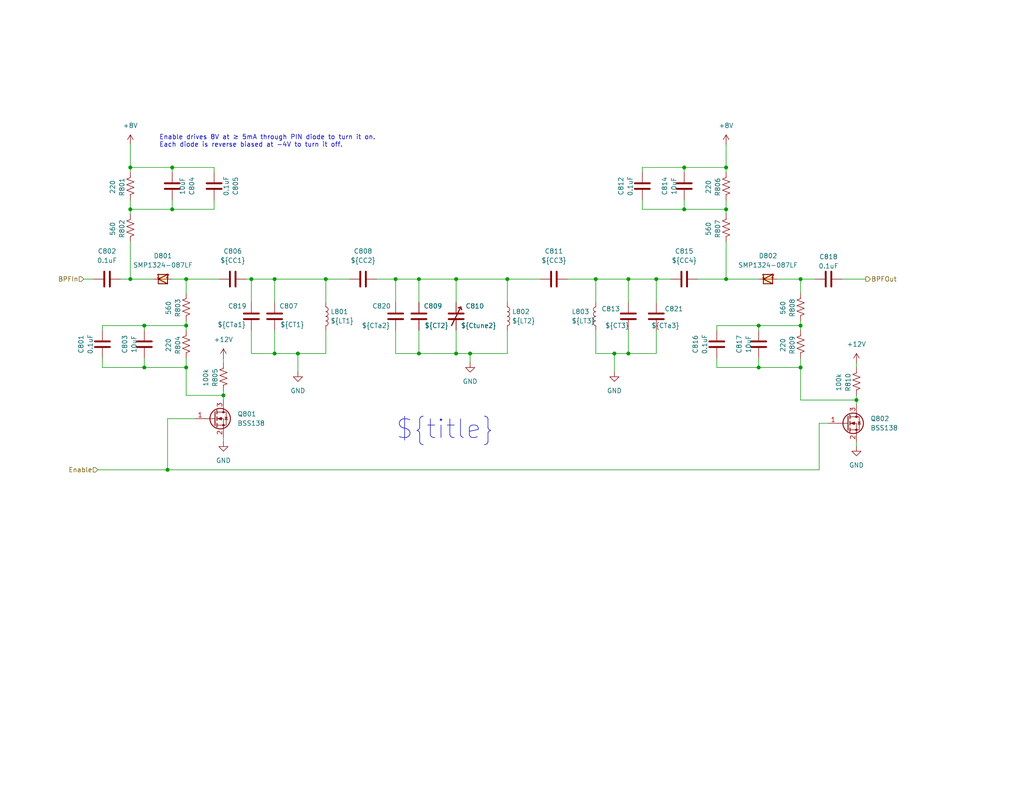
<source format=kicad_sch>
(kicad_sch (version 20250114) (generator "eeschema") (generator_version "9.0")
  (paper "USLetter")
  (title_block (title "Band Pass Filter") (date "2025-08-10") (company "WB7NAB"))
  (text "${title}" (at 121.412 117.348 0) (effects (font (size 5.08 5.08))))
  (text "Enable drives 8V at ≥ 5mA through PIN diode to turn it on.\nEach diode is reverse biased at -4V to turn it off." (at 43.434 38.608 0) (effects (font (size 1.27 1.27)) (justify left)))
  (junction (at 162.56 76.2))
  (junction (at 138.43 76.2))
  (junction (at 218.44 100.33))
  (junction (at 45.72 128.27))
  (junction (at 171.45 76.2))
  (junction (at 35.56 45.72))
  (junction (at 39.37 88.9))
  (junction (at 39.37 100.33))
  (junction (at 114.3 96.52))
  (junction (at 198.12 76.2))
  (junction (at 198.12 45.72))
  (junction (at 50.8 100.33))
  (junction (at 107.95 76.2))
  (junction (at 50.8 76.2))
  (junction (at 124.46 76.2))
  (junction (at 35.56 76.2))
  (junction (at 128.27 96.52))
  (junction (at 233.68 109.22))
  (junction (at 207.01 88.9))
  (junction (at 74.93 76.2))
  (junction (at 207.01 100.33))
  (junction (at 60.96 107.95))
  (junction (at 218.44 88.9))
  (junction (at 167.64 96.52))
  (junction (at 74.93 96.52))
  (junction (at 124.46 96.52))
  (junction (at 171.45 96.52))
  (junction (at 186.69 57.15))
  (junction (at 81.28 96.52))
  (junction (at 179.07 76.2))
  (junction (at 186.69 45.72))
  (junction (at 50.8 88.9))
  (junction (at 68.58 76.2))
  (junction (at 88.9 76.2))
  (junction (at 114.3 76.2))
  (junction (at 46.99 45.72))
  (junction (at 218.44 76.2))
  (junction (at 198.12 57.15))
  (junction (at 46.99 57.15))
  (junction (at 35.56 57.15))
  (wire (pts (xy 218.44 87.63) (xy 218.44 88.9)))
  (wire (pts (xy 218.44 97.79) (xy 218.44 100.33)))
  (wire (pts (xy 162.56 96.52) (xy 167.64 96.52)))
  (wire (pts (xy 162.56 76.2) (xy 171.45 76.2)))
  (wire (pts (xy 171.45 76.2) (xy 179.07 76.2)))
  (wire (pts (xy 162.56 90.17) (xy 162.56 96.52)))
  (wire (pts (xy 186.69 57.15) (xy 198.12 57.15)))
  (wire (pts (xy 22.86 76.2) (xy 25.4 76.2)))
  (wire (pts (xy 81.28 96.52) (xy 88.9 96.52)))
  (wire (pts (xy 175.26 54.61) (xy 175.26 57.15)))
  (wire (pts (xy 39.37 100.33) (xy 50.8 100.33)))
  (wire (pts (xy 35.56 66.04) (xy 35.56 76.2)))
  (wire (pts (xy 114.3 76.2) (xy 124.46 76.2)))
  (wire (pts (xy 179.07 76.2) (xy 179.07 82.55)))
  (wire (pts (xy 46.99 45.72) (xy 46.99 46.99)))
  (wire (pts (xy 27.94 100.33) (xy 39.37 100.33)))
  (wire (pts (xy 46.99 76.2) (xy 50.8 76.2)))
  (wire (pts (xy 128.27 99.06) (xy 128.27 96.52)))
  (wire (pts (xy 198.12 57.15) (xy 198.12 58.42)))
  (wire (pts (xy 39.37 88.9) (xy 50.8 88.9)))
  (wire (pts (xy 35.56 57.15) (xy 35.56 58.42)))
  (wire (pts (xy 162.56 76.2) (xy 162.56 82.55)))
  (wire (pts (xy 207.01 88.9) (xy 218.44 88.9)))
  (wire (pts (xy 198.12 46.99) (xy 198.12 45.72)))
  (wire (pts (xy 195.58 100.33) (xy 207.01 100.33)))
  (wire (pts (xy 124.46 90.17) (xy 124.46 96.52)))
  (wire (pts (xy 50.8 107.95) (xy 60.96 107.95)))
  (wire (pts (xy 27.94 97.79) (xy 27.94 100.33)))
  (wire (pts (xy 226.06 115.57) (xy 223.52 115.57)))
  (wire (pts (xy 207.01 97.79) (xy 207.01 100.33)))
  (wire (pts (xy 179.07 96.52) (xy 171.45 96.52)))
  (wire (pts (xy 88.9 76.2) (xy 88.9 82.55)))
  (wire (pts (xy 60.96 97.79) (xy 60.96 99.06)))
  (wire (pts (xy 50.8 97.79) (xy 50.8 100.33)))
  (wire (pts (xy 198.12 39.37) (xy 198.12 45.72)))
  (wire (pts (xy 198.12 54.61) (xy 198.12 57.15)))
  (wire (pts (xy 60.96 119.38) (xy 60.96 120.65)))
  (wire (pts (xy 167.64 96.52) (xy 167.64 101.6)))
  (wire (pts (xy 53.34 114.3) (xy 45.72 114.3)))
  (wire (pts (xy 212.09 76.2) (xy 218.44 76.2)))
  (wire (pts (xy 218.44 88.9) (xy 218.44 90.17)))
  (wire (pts (xy 26.67 128.27) (xy 45.72 128.27)))
  (wire (pts (xy 35.56 39.37) (xy 35.56 45.72)))
  (wire (pts (xy 179.07 90.17) (xy 179.07 96.52)))
  (wire (pts (xy 138.43 76.2) (xy 138.43 82.55)))
  (wire (pts (xy 233.68 107.95) (xy 233.68 109.22)))
  (wire (pts (xy 50.8 76.2) (xy 59.69 76.2)))
  (wire (pts (xy 229.87 76.2) (xy 236.22 76.2)))
  (wire (pts (xy 33.02 76.2) (xy 35.56 76.2)))
  (wire (pts (xy 88.9 76.2) (xy 95.25 76.2)))
  (wire (pts (xy 81.28 96.52) (xy 74.93 96.52)))
  (wire (pts (xy 186.69 45.72) (xy 198.12 45.72)))
  (wire (pts (xy 68.58 90.17) (xy 68.58 96.52)))
  (wire (pts (xy 58.42 45.72) (xy 46.99 45.72)))
  (wire (pts (xy 58.42 54.61) (xy 58.42 57.15)))
  (wire (pts (xy 207.01 88.9) (xy 207.01 90.17)))
  (wire (pts (xy 81.28 96.52) (xy 81.28 101.6)))
  (wire (pts (xy 27.94 88.9) (xy 39.37 88.9)))
  (wire (pts (xy 68.58 96.52) (xy 74.93 96.52)))
  (wire (pts (xy 88.9 90.17) (xy 88.9 96.52)))
  (wire (pts (xy 218.44 100.33) (xy 218.44 109.22)))
  (wire (pts (xy 233.68 109.22) (xy 233.68 110.49)))
  (wire (pts (xy 35.56 76.2) (xy 41.91 76.2)))
  (wire (pts (xy 58.42 57.15) (xy 46.99 57.15)))
  (wire (pts (xy 60.96 107.95) (xy 60.96 109.22)))
  (wire (pts (xy 186.69 54.61) (xy 186.69 57.15)))
  (wire (pts (xy 46.99 45.72) (xy 35.56 45.72)))
  (wire (pts (xy 128.27 96.52) (xy 124.46 96.52)))
  (wire (pts (xy 198.12 76.2) (xy 207.01 76.2)))
  (wire (pts (xy 46.99 57.15) (xy 35.56 57.15)))
  (wire (pts (xy 50.8 87.63) (xy 50.8 88.9)))
  (wire (pts (xy 107.95 90.17) (xy 107.95 96.52)))
  (wire (pts (xy 233.68 99.06) (xy 233.68 100.33)))
  (wire (pts (xy 138.43 90.17) (xy 138.43 96.52)))
  (wire (pts (xy 138.43 76.2) (xy 147.32 76.2)))
  (wire (pts (xy 175.26 45.72) (xy 186.69 45.72)))
  (wire (pts (xy 114.3 96.52) (xy 124.46 96.52)))
  (wire (pts (xy 107.95 76.2) (xy 107.95 82.55)))
  (wire (pts (xy 60.96 106.68) (xy 60.96 107.95)))
  (wire (pts (xy 50.8 100.33) (xy 50.8 107.95)))
  (wire (pts (xy 154.94 76.2) (xy 162.56 76.2)))
  (wire (pts (xy 114.3 82.55) (xy 114.3 76.2)))
  (wire (pts (xy 58.42 46.99) (xy 58.42 45.72)))
  (wire (pts (xy 233.68 120.65) (xy 233.68 121.92)))
  (wire (pts (xy 186.69 45.72) (xy 186.69 46.99)))
  (wire (pts (xy 107.95 76.2) (xy 114.3 76.2)))
  (wire (pts (xy 195.58 88.9) (xy 207.01 88.9)))
  (wire (pts (xy 218.44 76.2) (xy 222.25 76.2)))
  (wire (pts (xy 46.99 54.61) (xy 46.99 57.15)))
  (wire (pts (xy 218.44 109.22) (xy 233.68 109.22)))
  (wire (pts (xy 124.46 76.2) (xy 124.46 82.55)))
  (wire (pts (xy 74.93 76.2) (xy 88.9 76.2)))
  (wire (pts (xy 190.5 76.2) (xy 198.12 76.2)))
  (wire (pts (xy 179.07 76.2) (xy 182.88 76.2)))
  (wire (pts (xy 35.56 54.61) (xy 35.56 57.15)))
  (wire (pts (xy 175.26 57.15) (xy 186.69 57.15)))
  (wire (pts (xy 171.45 76.2) (xy 171.45 82.55)))
  (wire (pts (xy 45.72 114.3) (xy 45.72 128.27)))
  (wire (pts (xy 198.12 66.04) (xy 198.12 76.2)))
  (wire (pts (xy 124.46 76.2) (xy 138.43 76.2)))
  (wire (pts (xy 35.56 45.72) (xy 35.56 46.99)))
  (wire (pts (xy 102.87 76.2) (xy 107.95 76.2)))
  (wire (pts (xy 50.8 76.2) (xy 50.8 80.01)))
  (wire (pts (xy 128.27 96.52) (xy 138.43 96.52)))
  (wire (pts (xy 39.37 97.79) (xy 39.37 100.33)))
  (wire (pts (xy 171.45 90.17) (xy 171.45 96.52)))
  (wire (pts (xy 195.58 97.79) (xy 195.58 100.33)))
  (wire (pts (xy 167.64 96.52) (xy 171.45 96.52)))
  (wire (pts (xy 68.58 76.2) (xy 68.58 82.55)))
  (wire (pts (xy 50.8 88.9) (xy 50.8 90.17)))
  (wire (pts (xy 45.72 128.27) (xy 223.52 128.27)))
  (wire (pts (xy 207.01 100.33) (xy 218.44 100.33)))
  (wire (pts (xy 39.37 88.9) (xy 39.37 90.17)))
  (wire (pts (xy 114.3 96.52) (xy 114.3 90.17)))
  (wire (pts (xy 175.26 46.99) (xy 175.26 45.72)))
  (wire (pts (xy 67.31 76.2) (xy 68.58 76.2)))
  (wire (pts (xy 27.94 90.17) (xy 27.94 88.9)))
  (wire (pts (xy 195.58 90.17) (xy 195.58 88.9)))
  (wire (pts (xy 74.93 90.17) (xy 74.93 96.52)))
  (wire (pts (xy 68.58 76.2) (xy 74.93 76.2)))
  (wire (pts (xy 218.44 76.2) (xy 218.44 80.01)))
  (wire (pts (xy 74.93 82.55) (xy 74.93 76.2)))
  (wire (pts (xy 223.52 115.57) (xy 223.52 128.27)))
  (wire (pts (xy 107.95 96.52) (xy 114.3 96.52)))
  (hierarchical_label "BPFOut" (shape output) (at 236.22 76.2 0))
  (hierarchical_label "Enable" (shape input) (at 26.67 128.27 180))
  (hierarchical_label "BPFIn" (shape input) (at 22.86 76.2 180))
  (symbol (lib_id "Device:C") (at 171.45 86.36 0) (unit 1)
    (property "Reference" "C513" (at 164.084 84.328 0) (effects (justify left)))
    (property "Value" "${CT3}" (at 165.1 88.9 0) (effects (justify left)))
    (property "Description" "Unpolarized capacitor" (effects (hide yes)))
    (instances (project "USB-SSB-txcvr" (path "" (reference "C813") (unit 1)) (path "" (reference "C2413") (unit 1)) (path "" (reference "C713") (unit 1)) (path "" (reference "C2713") (unit 1)) (path "" (reference "C613") (unit 1)) (path "" (reference "C913") (unit 1)) (path "" (reference "C2613") (unit 1)) (path "" (reference "C1013") (unit 1)) (path "" (reference "C1113") (unit 1)) (path "" (reference "C513") (unit 1)) (path "" (reference "C2313") (unit 1)) (path "" (reference "C2813") (unit 1)) (path "" (reference "C1713") (unit 1)) (path "" (reference "C3013") (unit 1)) (path "" (reference "C1813") (unit 1)) (path "" (reference "C2013") (unit 1)) (path "" (reference "C2913") (unit 1)) (path "" (reference "C2113") (unit 1)) (path "" (reference "C2213") (unit 1)) (path "" (reference "C1913") (unit 1))))
  )
  (symbol (lib_id "Device:C") (at 99.06 76.2 90) (unit 1)
    (property "Reference" "C508" (at 99.06 68.58 90))
    (property "Value" "${CC2}" (at 99.06 71.12 90))
    (property "Description" "Unpolarized capacitor" (effects (hide yes)))
    (instances (project "USB-SSB-txcvr" (path "" (reference "C808") (unit 1)) (path "" (reference "C2408") (unit 1)) (path "" (reference "C708") (unit 1)) (path "" (reference "C2708") (unit 1)) (path "" (reference "C608") (unit 1)) (path "" (reference "C908") (unit 1)) (path "" (reference "C2608") (unit 1)) (path "" (reference "C1008") (unit 1)) (path "" (reference "C1108") (unit 1)) (path "" (reference "C508") (unit 1)) (path "" (reference "C2308") (unit 1)) (path "" (reference "C2808") (unit 1)) (path "" (reference "C1708") (unit 1)) (path "" (reference "C3008") (unit 1)) (path "" (reference "C1808") (unit 1)) (path "" (reference "C2008") (unit 1)) (path "" (reference "C2908") (unit 1)) (path "" (reference "C2108") (unit 1)) (path "" (reference "C2208") (unit 1)) (path "" (reference "C1908") (unit 1))))
  )
  (symbol (lib_id "PCM_Capacitor_AKL:C_Trim_Vishay_BFC2-808_D7.5mm_Hole") (at 124.46 86.36 0) (unit 1)
    (property "Reference" "C510" (at 127 83.566 0) (effects (justify left)))
    (property "Value" "${Ctune2}" (at 125.73 88.9 0) (effects (justify left)))
    (property "Footprint" "PCM_Capacitor_THT_AKL:C_Trimmer_BFC2-808_L7.3mm_W5.5mm_P5.6mm_Hole" (effects (hide yes)))
    (property "Datasheet" "https://www.vishay.com/docs/28527/bfc2808-75mm.pdf" (effects (hide yes)))
    (property "Description" "THT Variable Capacitor, Vishay BFC2-808 Series, 7.5mm Diameter, With PCB Hole, Alternate KiCad Library" (effects (hide yes)))
    (property "Sim.Device" "C" (effects (hide yes)))
    (property "Sim.Pins" "1=+ 2=-" (effects (hide yes)))
    (instances (project "USB-SSB-txcvr" (path "" (reference "C810") (unit 1)) (path "" (reference "C2410") (unit 1)) (path "" (reference "C710") (unit 1)) (path "" (reference "C2710") (unit 1)) (path "" (reference "C610") (unit 1)) (path "" (reference "C910") (unit 1)) (path "" (reference "C2610") (unit 1)) (path "" (reference "C1010") (unit 1)) (path "" (reference "C1110") (unit 1)) (path "" (reference "C510") (unit 1)) (path "" (reference "C2310") (unit 1)) (path "" (reference "C2810") (unit 1)) (path "" (reference "C1710") (unit 1)) (path "" (reference "C3010") (unit 1)) (path "" (reference "C1810") (unit 1)) (path "" (reference "C2010") (unit 1)) (path "" (reference "C2910") (unit 1)) (path "" (reference "C2110") (unit 1)) (path "" (reference "C2210") (unit 1)) (path "" (reference "C1910") (unit 1))))
  )
  (symbol (lib_id "Device:C") (at 195.58 93.98 180) (unit 1)
    (property "Reference" "C516" (at 189.738 93.98 90))
    (property "Value" "0.1uF" (at 192.278 93.98 90))
    (property "Description" "Unpolarized capacitor" (effects (hide yes)))
    (instances (project "USB-SSB-txcvr" (path "" (reference "C816") (unit 1)) (path "" (reference "C2416") (unit 1)) (path "" (reference "C716") (unit 1)) (path "" (reference "C2716") (unit 1)) (path "" (reference "C616") (unit 1)) (path "" (reference "C916") (unit 1)) (path "" (reference "C2616") (unit 1)) (path "" (reference "C1016") (unit 1)) (path "" (reference "C1116") (unit 1)) (path "" (reference "C516") (unit 1)) (path "" (reference "C2316") (unit 1)) (path "" (reference "C2816") (unit 1)) (path "" (reference "C1716") (unit 1)) (path "" (reference "C3016") (unit 1)) (path "" (reference "C1816") (unit 1)) (path "" (reference "C2016") (unit 1)) (path "" (reference "C2916") (unit 1)) (path "" (reference "C2116") (unit 1)) (path "" (reference "C2216") (unit 1)) (path "" (reference "C1916") (unit 1))))
  )
  (symbol (lib_id "Device:L") (at 88.9 86.36 0) (unit 1)
    (property "Reference" "L501" (at 90.17 85.0899 0) (effects (justify left)))
    (property "Value" "${LT1}" (at 90.17 87.6299 0) (effects (justify left)))
    (property "Description" "Inductor" (effects (hide yes)))
    (instances (project "USB-SSB-txcvr" (path "" (reference "L801") (unit 1)) (path "" (reference "L2401") (unit 1)) (path "" (reference "L701") (unit 1)) (path "" (reference "L2701") (unit 1)) (path "" (reference "L601") (unit 1)) (path "" (reference "L901") (unit 1)) (path "" (reference "L2601") (unit 1)) (path "" (reference "L1001") (unit 1)) (path "" (reference "L1101") (unit 1)) (path "" (reference "L501") (unit 1)) (path "" (reference "L2301") (unit 1)) (path "" (reference "L2801") (unit 1)) (path "" (reference "L1701") (unit 1)) (path "" (reference "L3001") (unit 1)) (path "" (reference "L1801") (unit 1)) (path "" (reference "L2001") (unit 1)) (path "" (reference "L2901") (unit 1)) (path "" (reference "L2101") (unit 1)) (path "" (reference "L2201") (unit 1)) (path "" (reference "L1901") (unit 1))))
  )
  (symbol (lib_id "power:GND") (at 81.28 101.6 0) (unit 1)
    (property "Reference" "#PWR0504" (effects (hide yes)))
    (property "Value" "GND" (at 81.28 106.68 0))
    (property "Description" "Power symbol creates a global label with name \"GND\" , ground" (effects (hide yes)))
    (instances (project "USB-SSB-txcvr" (path "" (reference "#PWR0804") (unit 1)) (path "" (reference "#PWR02404") (unit 1)) (path "" (reference "#PWR0704") (unit 1)) (path "" (reference "#PWR02704") (unit 1)) (path "" (reference "#PWR0604") (unit 1)) (path "" (reference "#PWR0904") (unit 1)) (path "" (reference "#PWR02604") (unit 1)) (path "" (reference "#PWR01004") (unit 1)) (path "" (reference "#PWR01104") (unit 1)) (path "" (reference "#PWR0504") (unit 1)) (path "" (reference "#PWR02304") (unit 1)) (path "" (reference "#PWR02804") (unit 1)) (path "" (reference "#PWR01704") (unit 1)) (path "" (reference "#PWR03004") (unit 1)) (path "" (reference "#PWR01804") (unit 1)) (path "" (reference "#PWR02004") (unit 1)) (path "" (reference "#PWR02904") (unit 1)) (path "" (reference "#PWR02104") (unit 1)) (path "" (reference "#PWR02204") (unit 1)) (path "" (reference "#PWR01904") (unit 1))))
  )
  (symbol (lib_id "Device:C") (at 74.93 86.36 0) (unit 1)
    (property "Reference" "C507" (at 76.2 83.566 0) (effects (justify left)))
    (property "Value" "${CT1}" (at 76.454 88.646 0) (effects (justify left)))
    (property "Description" "Unpolarized capacitor" (effects (hide yes)))
    (instances (project "USB-SSB-txcvr" (path "" (reference "C807") (unit 1)) (path "" (reference "C2407") (unit 1)) (path "" (reference "C707") (unit 1)) (path "" (reference "C2707") (unit 1)) (path "" (reference "C607") (unit 1)) (path "" (reference "C907") (unit 1)) (path "" (reference "C2607") (unit 1)) (path "" (reference "C1007") (unit 1)) (path "" (reference "C1107") (unit 1)) (path "" (reference "C507") (unit 1)) (path "" (reference "C2307") (unit 1)) (path "" (reference "C2807") (unit 1)) (path "" (reference "C1707") (unit 1)) (path "" (reference "C3007") (unit 1)) (path "" (reference "C1807") (unit 1)) (path "" (reference "C2007") (unit 1)) (path "" (reference "C2907") (unit 1)) (path "" (reference "C2107") (unit 1)) (path "" (reference "C2207") (unit 1)) (path "" (reference "C1907") (unit 1))))
  )
  (symbol (lib_id "SMP1324-087LF:SMP1324-087LF") (at 44.45 76.2 0) (mirror y) (unit 1)
    (property "Reference" "D501" (at 44.45 69.85 0))
    (property "Value" "SMP1324-087LF" (at 44.45 72.39 0))
    (property "Footprint" "SMP1324-087LF:QFN2" (effects (hide yes)))
    (property "DigiKey_Part_Number" "863-1165-1-ND" (effects (hide yes)))
    (property "SnapEDA_Link" "https://www.snapeda.com/parts/SMP1324-087LF/Skyworks+Solution%252C+Inc./view-part/?ref=snap" (effects (hide yes)))
    (property "Description_1" "RF Diode PIN - Single 200 mA 2 W 2-QFN (2x2)" (effects (hide yes)))
    (property "MF" "Skyworks Solutions" (effects (hide yes)))
    (property "Package" "QFN-2 Skyworks Solutions" (effects (hide yes)))
    (property "Check_prices" "https://www.snapeda.com/parts/SMP1324-087LF/Skyworks+Solution%252C+Inc./view-part/?ref=eda" (effects (hide yes)))
    (property "MP" "SMP1324-087LF" (effects (hide yes)))
    (property "Sim.Library" "/home/alan/ham/USB-SSB-txcvr/spice-models/rn242sm_SPICE.lib" (effects (hide yes)))
    (property "Sim.Name" "DRN242SM" (effects (hide yes)))
    (property "Sim.Device" "D" (effects (hide yes)))
    (property "Sim.Pins" "1=A 2=K" (effects (hide yes)))
    (instances (project "" (path "" (reference "D801") (unit 1)) (path "" (reference "D2401") (unit 1)) (path "" (reference "D701") (unit 1)) (path "" (reference "D2701") (unit 1)) (path "" (reference "D601") (unit 1)) (path "" (reference "D901") (unit 1)) (path "" (reference "D2601") (unit 1)) (path "" (reference "D1001") (unit 1)) (path "" (reference "D1101") (unit 1)) (path "" (reference "D501") (unit 1)) (path "" (reference "D2301") (unit 1)) (path "" (reference "D2801") (unit 1)) (path "" (reference "D1701") (unit 1)) (path "" (reference "D3001") (unit 1)) (path "" (reference "D1801") (unit 1)) (path "" (reference "D2001") (unit 1)) (path "" (reference "D2901") (unit 1)) (path "" (reference "D2101") (unit 1)) (path "" (reference "D2201") (unit 1)) (path "" (reference "D1901") (unit 1))))
  )
  (symbol (lib_id "power:+3.3V") (at 35.56 39.37 0) (unit 1)
    (property "Reference" "#PWR0501" (effects (hide yes)))
    (property "Value" "+8V" (at 35.56 34.29 0))
    (property "Description" "Power symbol creates a global label with name \"+3.3V\"" (effects (hide yes)))
    (instances (project "USB-SSB-txcvr" (path "" (reference "#PWR0801") (unit 1)) (path "" (reference "#PWR02401") (unit 1)) (path "" (reference "#PWR0701") (unit 1)) (path "" (reference "#PWR02701") (unit 1)) (path "" (reference "#PWR0601") (unit 1)) (path "" (reference "#PWR0901") (unit 1)) (path "" (reference "#PWR02601") (unit 1)) (path "" (reference "#PWR01001") (unit 1)) (path "" (reference "#PWR01101") (unit 1)) (path "" (reference "#PWR0501") (unit 1)) (path "" (reference "#PWR02301") (unit 1)) (path "" (reference "#PWR02801") (unit 1)) (path "" (reference "#PWR01701") (unit 1)) (path "" (reference "#PWR03001") (unit 1)) (path "" (reference "#PWR01801") (unit 1)) (path "" (reference "#PWR02001") (unit 1)) (path "" (reference "#PWR02901") (unit 1)) (path "" (reference "#PWR02101") (unit 1)) (path "" (reference "#PWR02201") (unit 1)) (path "" (reference "#PWR01901") (unit 1))))
  )
  (symbol (lib_id "Device:C") (at 186.69 76.2 90) (unit 1)
    (property "Reference" "C515" (at 186.69 68.58 90))
    (property "Value" "${CC4}" (at 186.69 71.12 90))
    (property "Description" "Unpolarized capacitor" (effects (hide yes)))
    (instances (project "USB-SSB-txcvr" (path "" (reference "C815") (unit 1)) (path "" (reference "C2415") (unit 1)) (path "" (reference "C715") (unit 1)) (path "" (reference "C2715") (unit 1)) (path "" (reference "C615") (unit 1)) (path "" (reference "C915") (unit 1)) (path "" (reference "C2615") (unit 1)) (path "" (reference "C1015") (unit 1)) (path "" (reference "C1115") (unit 1)) (path "" (reference "C515") (unit 1)) (path "" (reference "C2315") (unit 1)) (path "" (reference "C2815") (unit 1)) (path "" (reference "C1715") (unit 1)) (path "" (reference "C3015") (unit 1)) (path "" (reference "C1815") (unit 1)) (path "" (reference "C2015") (unit 1)) (path "" (reference "C2915") (unit 1)) (path "" (reference "C2115") (unit 1)) (path "" (reference "C2215") (unit 1)) (path "" (reference "C1915") (unit 1))))
  )
  (symbol (lib_id "power:+3.3V") (at 60.96 97.79 0) (unit 1)
    (property "Reference" "#PWR0502" (effects (hide yes)))
    (property "Value" "+12V" (at 60.96 92.71 0))
    (property "Description" "Power symbol creates a global label with name \"+3.3V\"" (effects (hide yes)))
    (instances (project "" (path "" (reference "#PWR0802") (unit 1)) (path "" (reference "#PWR02402") (unit 1)) (path "" (reference "#PWR0702") (unit 1)) (path "" (reference "#PWR02702") (unit 1)) (path "" (reference "#PWR0602") (unit 1)) (path "" (reference "#PWR0902") (unit 1)) (path "" (reference "#PWR02602") (unit 1)) (path "" (reference "#PWR01002") (unit 1)) (path "" (reference "#PWR01102") (unit 1)) (path "" (reference "#PWR0502") (unit 1)) (path "" (reference "#PWR02302") (unit 1)) (path "" (reference "#PWR02802") (unit 1)) (path "" (reference "#PWR01702") (unit 1)) (path "" (reference "#PWR03002") (unit 1)) (path "" (reference "#PWR01802") (unit 1)) (path "" (reference "#PWR02002") (unit 1)) (path "" (reference "#PWR02902") (unit 1)) (path "" (reference "#PWR02102") (unit 1)) (path "" (reference "#PWR02202") (unit 1)) (path "" (reference "#PWR01902") (unit 1))))
  )
  (symbol (lib_id "Transistor_FET:BSS138") (at 58.42 114.3 0) (unit 1)
    (property "Reference" "Q501" (at 64.77 113.0299 0) (effects (justify left)))
    (property "Value" "BSS138" (at 64.77 115.5699 0) (effects (justify left)))
    (property "Footprint" "Package_TO_SOT_SMD:SOT-23" (effects (hide yes)))
    (property "Datasheet" "https://www.onsemi.com/pub/Collateral/BSS138-D.PDF" (effects (hide yes)))
    (property "Description" "50V Vds, 0.22A Id, N-Channel MOSFET, SOT-23" (effects (hide yes)))
    (instances (project "" (path "" (reference "Q801") (unit 1)) (path "" (reference "Q2401") (unit 1)) (path "" (reference "Q701") (unit 1)) (path "" (reference "Q2701") (unit 1)) (path "" (reference "Q601") (unit 1)) (path "" (reference "Q901") (unit 1)) (path "" (reference "Q2601") (unit 1)) (path "" (reference "Q1001") (unit 1)) (path "" (reference "Q1101") (unit 1)) (path "" (reference "Q501") (unit 1)) (path "" (reference "Q2301") (unit 1)) (path "" (reference "Q2801") (unit 1)) (path "" (reference "Q1701") (unit 1)) (path "" (reference "Q3001") (unit 1)) (path "" (reference "Q1801") (unit 1)) (path "" (reference "Q2001") (unit 1)) (path "" (reference "Q2901") (unit 1)) (path "" (reference "Q2101") (unit 1)) (path "" (reference "Q2201") (unit 1)) (path "" (reference "Q1901") (unit 1))))
  )
  (symbol (lib_id "Device:C") (at 58.42 50.8 0) (mirror x) (unit 1)
    (property "Reference" "C505" (at 64.262 50.8 90))
    (property "Value" "0.1uF" (at 61.722 50.8 90))
    (property "Description" "Unpolarized capacitor" (effects (hide yes)))
    (instances (project "USB-SSB-txcvr" (path "" (reference "C805") (unit 1)) (path "" (reference "C2405") (unit 1)) (path "" (reference "C705") (unit 1)) (path "" (reference "C2705") (unit 1)) (path "" (reference "C605") (unit 1)) (path "" (reference "C905") (unit 1)) (path "" (reference "C2605") (unit 1)) (path "" (reference "C1005") (unit 1)) (path "" (reference "C1105") (unit 1)) (path "" (reference "C505") (unit 1)) (path "" (reference "C2305") (unit 1)) (path "" (reference "C2805") (unit 1)) (path "" (reference "C1705") (unit 1)) (path "" (reference "C3005") (unit 1)) (path "" (reference "C1805") (unit 1)) (path "" (reference "C2005") (unit 1)) (path "" (reference "C2905") (unit 1)) (path "" (reference "C2105") (unit 1)) (path "" (reference "C2205") (unit 1)) (path "" (reference "C1905") (unit 1))))
  )
  (symbol (lib_id "power:GND") (at 60.96 120.65 0) (unit 1)
    (property "Reference" "#PWR0503" (effects (hide yes)))
    (property "Value" "GND" (at 60.96 125.73 0))
    (property "Description" "Power symbol creates a global label with name \"GND\" , ground" (effects (hide yes)))
    (instances (project "" (path "" (reference "#PWR0803") (unit 1)) (path "" (reference "#PWR02403") (unit 1)) (path "" (reference "#PWR0703") (unit 1)) (path "" (reference "#PWR02703") (unit 1)) (path "" (reference "#PWR0603") (unit 1)) (path "" (reference "#PWR0903") (unit 1)) (path "" (reference "#PWR02603") (unit 1)) (path "" (reference "#PWR01003") (unit 1)) (path "" (reference "#PWR01103") (unit 1)) (path "" (reference "#PWR0503") (unit 1)) (path "" (reference "#PWR02303") (unit 1)) (path "" (reference "#PWR02803") (unit 1)) (path "" (reference "#PWR01703") (unit 1)) (path "" (reference "#PWR03003") (unit 1)) (path "" (reference "#PWR01803") (unit 1)) (path "" (reference "#PWR02003") (unit 1)) (path "" (reference "#PWR02903") (unit 1)) (path "" (reference "#PWR02103") (unit 1)) (path "" (reference "#PWR02203") (unit 1)) (path "" (reference "#PWR01903") (unit 1))))
  )
  (symbol (lib_id "Device:C") (at 207.01 93.98 180) (unit 1)
    (property "Reference" "C517" (at 201.676 93.98 90))
    (property "Value" "10uF" (at 204.216 93.98 90))
    (property "Description" "Unpolarized capacitor" (effects (hide yes)))
    (instances (project "USB-SSB-txcvr" (path "" (reference "C817") (unit 1)) (path "" (reference "C2417") (unit 1)) (path "" (reference "C717") (unit 1)) (path "" (reference "C2717") (unit 1)) (path "" (reference "C617") (unit 1)) (path "" (reference "C917") (unit 1)) (path "" (reference "C2617") (unit 1)) (path "" (reference "C1017") (unit 1)) (path "" (reference "C1117") (unit 1)) (path "" (reference "C517") (unit 1)) (path "" (reference "C2317") (unit 1)) (path "" (reference "C2817") (unit 1)) (path "" (reference "C1717") (unit 1)) (path "" (reference "C3017") (unit 1)) (path "" (reference "C1817") (unit 1)) (path "" (reference "C2017") (unit 1)) (path "" (reference "C2917") (unit 1)) (path "" (reference "C2117") (unit 1)) (path "" (reference "C2217") (unit 1)) (path "" (reference "C1917") (unit 1))))
  )
  (symbol (lib_id "Device:R_US") (at 233.68 104.14 0) (mirror x) (unit 1)
    (property "Reference" "R510" (at 231.394 104.394 90))
    (property "Value" "100k" (at 228.854 104.394 90))
    (property "Description" "Resistor, US symbol" (effects (hide yes)))
    (instances (project "USB-SSB-txcvr" (path "" (reference "R810") (unit 1)) (path "" (reference "R2410") (unit 1)) (path "" (reference "R710") (unit 1)) (path "" (reference "R2710") (unit 1)) (path "" (reference "R610") (unit 1)) (path "" (reference "R910") (unit 1)) (path "" (reference "R2610") (unit 1)) (path "" (reference "R1010") (unit 1)) (path "" (reference "R1110") (unit 1)) (path "" (reference "R510") (unit 1)) (path "" (reference "R2310") (unit 1)) (path "" (reference "R2810") (unit 1)) (path "" (reference "R1710") (unit 1)) (path "" (reference "R3010") (unit 1)) (path "" (reference "R1810") (unit 1)) (path "" (reference "R2010") (unit 1)) (path "" (reference "R2910") (unit 1)) (path "" (reference "R2110") (unit 1)) (path "" (reference "R2210") (unit 1)) (path "" (reference "R1910") (unit 1))))
  )
  (symbol (lib_id "Device:L") (at 138.43 86.36 0) (unit 1)
    (property "Reference" "L502" (at 139.7 85.0899 0) (effects (justify left)))
    (property "Value" "${LT2}" (at 139.7 87.6299 0) (effects (justify left)))
    (property "Description" "Inductor" (effects (hide yes)))
    (instances (project "USB-SSB-txcvr" (path "" (reference "L802") (unit 1)) (path "" (reference "L2402") (unit 1)) (path "" (reference "L702") (unit 1)) (path "" (reference "L2702") (unit 1)) (path "" (reference "L602") (unit 1)) (path "" (reference "L902") (unit 1)) (path "" (reference "L2602") (unit 1)) (path "" (reference "L1002") (unit 1)) (path "" (reference "L1102") (unit 1)) (path "" (reference "L502") (unit 1)) (path "" (reference "L2302") (unit 1)) (path "" (reference "L2802") (unit 1)) (path "" (reference "L1702") (unit 1)) (path "" (reference "L3002") (unit 1)) (path "" (reference "L1802") (unit 1)) (path "" (reference "L2002") (unit 1)) (path "" (reference "L2902") (unit 1)) (path "" (reference "L2102") (unit 1)) (path "" (reference "L2202") (unit 1)) (path "" (reference "L1902") (unit 1))))
  )
  (symbol (lib_id "Device:C") (at 186.69 50.8 180) (unit 1)
    (property "Reference" "C514" (at 181.356 50.8 90))
    (property "Value" "10uF" (at 183.896 50.8 90))
    (property "Description" "Unpolarized capacitor" (effects (hide yes)))
    (instances (project "USB-SSB-txcvr" (path "" (reference "C814") (unit 1)) (path "" (reference "C2414") (unit 1)) (path "" (reference "C714") (unit 1)) (path "" (reference "C2714") (unit 1)) (path "" (reference "C614") (unit 1)) (path "" (reference "C914") (unit 1)) (path "" (reference "C2614") (unit 1)) (path "" (reference "C1014") (unit 1)) (path "" (reference "C1114") (unit 1)) (path "" (reference "C514") (unit 1)) (path "" (reference "C2314") (unit 1)) (path "" (reference "C2814") (unit 1)) (path "" (reference "C1714") (unit 1)) (path "" (reference "C3014") (unit 1)) (path "" (reference "C1814") (unit 1)) (path "" (reference "C2014") (unit 1)) (path "" (reference "C2914") (unit 1)) (path "" (reference "C2114") (unit 1)) (path "" (reference "C2214") (unit 1)) (path "" (reference "C1914") (unit 1))))
  )
  (symbol (lib_id "power:GND") (at 233.68 121.92 0) (unit 1)
    (property "Reference" "#PWR0509" (effects (hide yes)))
    (property "Value" "GND" (at 233.68 127 0))
    (property "Description" "Power symbol creates a global label with name \"GND\" , ground" (effects (hide yes)))
    (instances (project "USB-SSB-txcvr" (path "" (reference "#PWR0809") (unit 1)) (path "" (reference "#PWR02409") (unit 1)) (path "" (reference "#PWR0709") (unit 1)) (path "" (reference "#PWR02709") (unit 1)) (path "" (reference "#PWR0609") (unit 1)) (path "" (reference "#PWR0909") (unit 1)) (path "" (reference "#PWR02609") (unit 1)) (path "" (reference "#PWR01009") (unit 1)) (path "" (reference "#PWR01109") (unit 1)) (path "" (reference "#PWR0509") (unit 1)) (path "" (reference "#PWR02309") (unit 1)) (path "" (reference "#PWR02809") (unit 1)) (path "" (reference "#PWR01709") (unit 1)) (path "" (reference "#PWR03009") (unit 1)) (path "" (reference "#PWR01809") (unit 1)) (path "" (reference "#PWR02009") (unit 1)) (path "" (reference "#PWR02909") (unit 1)) (path "" (reference "#PWR02109") (unit 1)) (path "" (reference "#PWR02209") (unit 1)) (path "" (reference "#PWR01909") (unit 1))))
  )
  (symbol (lib_id "power:+3.3V") (at 233.68 99.06 0) (unit 1)
    (property "Reference" "#PWR0508" (effects (hide yes)))
    (property "Value" "+12V" (at 233.68 93.98 0))
    (property "Description" "Power symbol creates a global label with name \"+3.3V\"" (effects (hide yes)))
    (instances (project "USB-SSB-txcvr" (path "" (reference "#PWR0808") (unit 1)) (path "" (reference "#PWR02408") (unit 1)) (path "" (reference "#PWR0708") (unit 1)) (path "" (reference "#PWR02708") (unit 1)) (path "" (reference "#PWR0608") (unit 1)) (path "" (reference "#PWR0908") (unit 1)) (path "" (reference "#PWR02608") (unit 1)) (path "" (reference "#PWR01008") (unit 1)) (path "" (reference "#PWR01108") (unit 1)) (path "" (reference "#PWR0508") (unit 1)) (path "" (reference "#PWR02308") (unit 1)) (path "" (reference "#PWR02808") (unit 1)) (path "" (reference "#PWR01708") (unit 1)) (path "" (reference "#PWR03008") (unit 1)) (path "" (reference "#PWR01808") (unit 1)) (path "" (reference "#PWR02008") (unit 1)) (path "" (reference "#PWR02908") (unit 1)) (path "" (reference "#PWR02108") (unit 1)) (path "" (reference "#PWR02208") (unit 1)) (path "" (reference "#PWR01908") (unit 1))))
  )
  (symbol (lib_id "Device:R_US") (at 60.96 102.87 0) (mirror x) (unit 1)
    (property "Reference" "R505" (at 58.674 103.124 90))
    (property "Value" "100k" (at 56.134 103.124 90))
    (property "Description" "Resistor, US symbol" (effects (hide yes)))
    (instances (project "USB-SSB-txcvr" (path "" (reference "R805") (unit 1)) (path "" (reference "R2405") (unit 1)) (path "" (reference "R705") (unit 1)) (path "" (reference "R2705") (unit 1)) (path "" (reference "R605") (unit 1)) (path "" (reference "R905") (unit 1)) (path "" (reference "R2605") (unit 1)) (path "" (reference "R1005") (unit 1)) (path "" (reference "R1105") (unit 1)) (path "" (reference "R505") (unit 1)) (path "" (reference "R2305") (unit 1)) (path "" (reference "R2805") (unit 1)) (path "" (reference "R1705") (unit 1)) (path "" (reference "R3005") (unit 1)) (path "" (reference "R1805") (unit 1)) (path "" (reference "R2005") (unit 1)) (path "" (reference "R2905") (unit 1)) (path "" (reference "R2105") (unit 1)) (path "" (reference "R2205") (unit 1)) (path "" (reference "R1905") (unit 1))))
  )
  (symbol (lib_id "Device:C") (at 39.37 93.98 180) (unit 1)
    (property "Reference" "C503" (at 34.036 93.98 90))
    (property "Value" "10uF" (at 36.576 93.98 90))
    (property "Description" "Unpolarized capacitor" (effects (hide yes)))
    (instances (project "USB-SSB-txcvr" (path "" (reference "C803") (unit 1)) (path "" (reference "C2403") (unit 1)) (path "" (reference "C703") (unit 1)) (path "" (reference "C2703") (unit 1)) (path "" (reference "C603") (unit 1)) (path "" (reference "C903") (unit 1)) (path "" (reference "C2603") (unit 1)) (path "" (reference "C1003") (unit 1)) (path "" (reference "C1103") (unit 1)) (path "" (reference "C503") (unit 1)) (path "" (reference "C2303") (unit 1)) (path "" (reference "C2803") (unit 1)) (path "" (reference "C1703") (unit 1)) (path "" (reference "C3003") (unit 1)) (path "" (reference "C1803") (unit 1)) (path "" (reference "C2003") (unit 1)) (path "" (reference "C2903") (unit 1)) (path "" (reference "C2103") (unit 1)) (path "" (reference "C2203") (unit 1)) (path "" (reference "C1903") (unit 1))))
  )
  (symbol (lib_id "Device:R_US") (at 50.8 93.98 0) (mirror x) (unit 1)
    (property "Reference" "R504" (at 48.514 94.234 90))
    (property "Value" "220" (at 45.974 94.234 90))
    (property "Description" "Resistor, US symbol" (effects (hide yes)))
    (instances (project "USB-SSB-txcvr" (path "" (reference "R804") (unit 1)) (path "" (reference "R2404") (unit 1)) (path "" (reference "R704") (unit 1)) (path "" (reference "R2704") (unit 1)) (path "" (reference "R604") (unit 1)) (path "" (reference "R904") (unit 1)) (path "" (reference "R2604") (unit 1)) (path "" (reference "R1004") (unit 1)) (path "" (reference "R1104") (unit 1)) (path "" (reference "R504") (unit 1)) (path "" (reference "R2304") (unit 1)) (path "" (reference "R2804") (unit 1)) (path "" (reference "R1704") (unit 1)) (path "" (reference "R3004") (unit 1)) (path "" (reference "R1804") (unit 1)) (path "" (reference "R2004") (unit 1)) (path "" (reference "R2904") (unit 1)) (path "" (reference "R2104") (unit 1)) (path "" (reference "R2204") (unit 1)) (path "" (reference "R1904") (unit 1))))
  )
  (symbol (lib_id "Device:R_US") (at 198.12 62.23 0) (mirror x) (unit 1)
    (property "Reference" "R507" (at 195.834 62.484 90))
    (property "Value" "560" (at 193.294 62.484 90))
    (property "Description" "Resistor, US symbol" (effects (hide yes)))
    (instances (project "USB-SSB-txcvr" (path "" (reference "R807") (unit 1)) (path "" (reference "R2407") (unit 1)) (path "" (reference "R707") (unit 1)) (path "" (reference "R2707") (unit 1)) (path "" (reference "R607") (unit 1)) (path "" (reference "R907") (unit 1)) (path "" (reference "R2607") (unit 1)) (path "" (reference "R1007") (unit 1)) (path "" (reference "R1107") (unit 1)) (path "" (reference "R507") (unit 1)) (path "" (reference "R2307") (unit 1)) (path "" (reference "R2807") (unit 1)) (path "" (reference "R1707") (unit 1)) (path "" (reference "R3007") (unit 1)) (path "" (reference "R1807") (unit 1)) (path "" (reference "R2007") (unit 1)) (path "" (reference "R2907") (unit 1)) (path "" (reference "R2107") (unit 1)) (path "" (reference "R2207") (unit 1)) (path "" (reference "R1907") (unit 1))))
  )
  (symbol (lib_id "Device:C") (at 107.95 86.36 0) (mirror y) (unit 1)
    (property "Reference" "C520" (at 106.68 83.566 0) (effects (justify left)))
    (property "Value" "${CTa2}" (at 106.426 88.9 0) (effects (justify left)))
    (property "Description" "Unpolarized capacitor" (effects (hide yes)))
    (instances (project "USB-SSB-txcvr" (path "" (reference "C820") (unit 1)) (path "" (reference "C2420") (unit 1)) (path "" (reference "C720") (unit 1)) (path "" (reference "C2720") (unit 1)) (path "" (reference "C620") (unit 1)) (path "" (reference "C920") (unit 1)) (path "" (reference "C2620") (unit 1)) (path "" (reference "C1020") (unit 1)) (path "" (reference "C1120") (unit 1)) (path "" (reference "C520") (unit 1)) (path "" (reference "C2320") (unit 1)) (path "" (reference "C2820") (unit 1)) (path "" (reference "C1720") (unit 1)) (path "" (reference "C3020") (unit 1)) (path "" (reference "C1820") (unit 1)) (path "" (reference "C2020") (unit 1)) (path "" (reference "C2920") (unit 1)) (path "" (reference "C2120") (unit 1)) (path "" (reference "C2220") (unit 1)) (path "" (reference "C1920") (unit 1))))
  )
  (symbol (lib_id "Device:C") (at 151.13 76.2 90) (unit 1)
    (property "Reference" "C511" (at 151.13 68.58 90))
    (property "Value" "${CC3}" (at 151.13 71.12 90))
    (property "Description" "Unpolarized capacitor" (effects (hide yes)))
    (instances (project "USB-SSB-txcvr" (path "" (reference "C811") (unit 1)) (path "" (reference "C2411") (unit 1)) (path "" (reference "C711") (unit 1)) (path "" (reference "C2711") (unit 1)) (path "" (reference "C611") (unit 1)) (path "" (reference "C911") (unit 1)) (path "" (reference "C2611") (unit 1)) (path "" (reference "C1011") (unit 1)) (path "" (reference "C1111") (unit 1)) (path "" (reference "C511") (unit 1)) (path "" (reference "C2311") (unit 1)) (path "" (reference "C2811") (unit 1)) (path "" (reference "C1711") (unit 1)) (path "" (reference "C3011") (unit 1)) (path "" (reference "C1811") (unit 1)) (path "" (reference "C2011") (unit 1)) (path "" (reference "C2911") (unit 1)) (path "" (reference "C2111") (unit 1)) (path "" (reference "C2211") (unit 1)) (path "" (reference "C1911") (unit 1))))
  )
  (symbol (lib_id "Device:R_US") (at 35.56 50.8 0) (mirror x) (unit 1)
    (property "Reference" "R501" (at 33.274 51.054 90))
    (property "Value" "220" (at 30.734 51.054 90))
    (property "Description" "Resistor, US symbol" (effects (hide yes)))
    (instances (project "USB-SSB-txcvr" (path "" (reference "R801") (unit 1)) (path "" (reference "R2401") (unit 1)) (path "" (reference "R701") (unit 1)) (path "" (reference "R2701") (unit 1)) (path "" (reference "R601") (unit 1)) (path "" (reference "R901") (unit 1)) (path "" (reference "R2601") (unit 1)) (path "" (reference "R1001") (unit 1)) (path "" (reference "R1101") (unit 1)) (path "" (reference "R501") (unit 1)) (path "" (reference "R2301") (unit 1)) (path "" (reference "R2801") (unit 1)) (path "" (reference "R1701") (unit 1)) (path "" (reference "R3001") (unit 1)) (path "" (reference "R1801") (unit 1)) (path "" (reference "R2001") (unit 1)) (path "" (reference "R2901") (unit 1)) (path "" (reference "R2101") (unit 1)) (path "" (reference "R2201") (unit 1)) (path "" (reference "R1901") (unit 1))))
  )
  (symbol (lib_id "power:GND") (at 128.27 99.06 0) (unit 1)
    (property "Reference" "#PWR0505" (effects (hide yes)))
    (property "Value" "GND" (at 128.27 104.14 0))
    (property "Description" "Power symbol creates a global label with name \"GND\" , ground" (effects (hide yes)))
    (instances (project "USB-SSB-txcvr" (path "" (reference "#PWR0805") (unit 1)) (path "" (reference "#PWR02405") (unit 1)) (path "" (reference "#PWR0705") (unit 1)) (path "" (reference "#PWR02705") (unit 1)) (path "" (reference "#PWR0605") (unit 1)) (path "" (reference "#PWR0905") (unit 1)) (path "" (reference "#PWR02605") (unit 1)) (path "" (reference "#PWR01005") (unit 1)) (path "" (reference "#PWR01105") (unit 1)) (path "" (reference "#PWR0505") (unit 1)) (path "" (reference "#PWR02305") (unit 1)) (path "" (reference "#PWR02805") (unit 1)) (path "" (reference "#PWR01705") (unit 1)) (path "" (reference "#PWR03005") (unit 1)) (path "" (reference "#PWR01805") (unit 1)) (path "" (reference "#PWR02005") (unit 1)) (path "" (reference "#PWR02905") (unit 1)) (path "" (reference "#PWR02105") (unit 1)) (path "" (reference "#PWR02205") (unit 1)) (path "" (reference "#PWR01905") (unit 1))))
  )
  (symbol (lib_id "Device:R_US") (at 218.44 93.98 0) (mirror x) (unit 1)
    (property "Reference" "R509" (at 216.154 94.234 90))
    (property "Value" "220" (at 213.614 94.234 90))
    (property "Description" "Resistor, US symbol" (effects (hide yes)))
    (instances (project "USB-SSB-txcvr" (path "" (reference "R809") (unit 1)) (path "" (reference "R2409") (unit 1)) (path "" (reference "R709") (unit 1)) (path "" (reference "R2709") (unit 1)) (path "" (reference "R609") (unit 1)) (path "" (reference "R909") (unit 1)) (path "" (reference "R2609") (unit 1)) (path "" (reference "R1009") (unit 1)) (path "" (reference "R1109") (unit 1)) (path "" (reference "R509") (unit 1)) (path "" (reference "R2309") (unit 1)) (path "" (reference "R2809") (unit 1)) (path "" (reference "R1709") (unit 1)) (path "" (reference "R3009") (unit 1)) (path "" (reference "R1809") (unit 1)) (path "" (reference "R2009") (unit 1)) (path "" (reference "R2909") (unit 1)) (path "" (reference "R2109") (unit 1)) (path "" (reference "R2209") (unit 1)) (path "" (reference "R1909") (unit 1))))
  )
  (symbol (lib_id "Device:R_US") (at 198.12 50.8 0) (mirror x) (unit 1)
    (property "Reference" "R506" (at 195.834 51.054 90))
    (property "Value" "220" (at 193.294 51.054 90))
    (property "Description" "Resistor, US symbol" (effects (hide yes)))
    (instances (project "USB-SSB-txcvr" (path "" (reference "R806") (unit 1)) (path "" (reference "R2406") (unit 1)) (path "" (reference "R706") (unit 1)) (path "" (reference "R2706") (unit 1)) (path "" (reference "R606") (unit 1)) (path "" (reference "R906") (unit 1)) (path "" (reference "R2606") (unit 1)) (path "" (reference "R1006") (unit 1)) (path "" (reference "R1106") (unit 1)) (path "" (reference "R506") (unit 1)) (path "" (reference "R2306") (unit 1)) (path "" (reference "R2806") (unit 1)) (path "" (reference "R1706") (unit 1)) (path "" (reference "R3006") (unit 1)) (path "" (reference "R1806") (unit 1)) (path "" (reference "R2006") (unit 1)) (path "" (reference "R2906") (unit 1)) (path "" (reference "R2106") (unit 1)) (path "" (reference "R2206") (unit 1)) (path "" (reference "R1906") (unit 1))))
  )
  (symbol (lib_id "Device:L") (at 162.56 86.36 0) (mirror y) (unit 1)
    (property "Reference" "L503" (at 155.956 85.09 0) (effects (justify right)))
    (property "Value" "${LT3}" (at 155.956 87.63 0) (effects (justify right)))
    (property "Description" "Inductor" (effects (hide yes)))
    (instances (project "USB-SSB-txcvr" (path "" (reference "L803") (unit 1)) (path "" (reference "L2403") (unit 1)) (path "" (reference "L703") (unit 1)) (path "" (reference "L2703") (unit 1)) (path "" (reference "L603") (unit 1)) (path "" (reference "L903") (unit 1)) (path "" (reference "L2603") (unit 1)) (path "" (reference "L1003") (unit 1)) (path "" (reference "L1103") (unit 1)) (path "" (reference "L503") (unit 1)) (path "" (reference "L2303") (unit 1)) (path "" (reference "L2803") (unit 1)) (path "" (reference "L1703") (unit 1)) (path "" (reference "L3003") (unit 1)) (path "" (reference "L1803") (unit 1)) (path "" (reference "L2003") (unit 1)) (path "" (reference "L2903") (unit 1)) (path "" (reference "L2103") (unit 1)) (path "" (reference "L2203") (unit 1)) (path "" (reference "L1903") (unit 1))))
  )
  (symbol (lib_id "Device:C") (at 114.3 86.36 0) (unit 1)
    (property "Reference" "C509" (at 115.57 83.566 0) (effects (justify left)))
    (property "Value" "${CT2}" (at 115.824 88.9 0) (effects (justify left)))
    (property "Description" "Unpolarized capacitor" (effects (hide yes)))
    (instances (project "USB-SSB-txcvr" (path "" (reference "C809") (unit 1)) (path "" (reference "C2409") (unit 1)) (path "" (reference "C709") (unit 1)) (path "" (reference "C2709") (unit 1)) (path "" (reference "C609") (unit 1)) (path "" (reference "C909") (unit 1)) (path "" (reference "C2609") (unit 1)) (path "" (reference "C1009") (unit 1)) (path "" (reference "C1109") (unit 1)) (path "" (reference "C509") (unit 1)) (path "" (reference "C2309") (unit 1)) (path "" (reference "C2809") (unit 1)) (path "" (reference "C1709") (unit 1)) (path "" (reference "C3009") (unit 1)) (path "" (reference "C1809") (unit 1)) (path "" (reference "C2009") (unit 1)) (path "" (reference "C2909") (unit 1)) (path "" (reference "C2109") (unit 1)) (path "" (reference "C2209") (unit 1)) (path "" (reference "C1909") (unit 1))))
  )
  (symbol (lib_id "Transistor_FET:BSS138") (at 231.14 115.57 0) (unit 1)
    (property "Reference" "Q502" (at 237.49 114.2999 0) (effects (justify left)))
    (property "Value" "BSS138" (at 237.49 116.8399 0) (effects (justify left)))
    (property "Footprint" "Package_TO_SOT_SMD:SOT-23" (effects (hide yes)))
    (property "Datasheet" "https://www.onsemi.com/pub/Collateral/BSS138-D.PDF" (effects (hide yes)))
    (property "Description" "50V Vds, 0.22A Id, N-Channel MOSFET, SOT-23" (effects (hide yes)))
    (instances (project "USB-SSB-txcvr" (path "" (reference "Q802") (unit 1)) (path "" (reference "Q2402") (unit 1)) (path "" (reference "Q702") (unit 1)) (path "" (reference "Q2702") (unit 1)) (path "" (reference "Q602") (unit 1)) (path "" (reference "Q902") (unit 1)) (path "" (reference "Q2602") (unit 1)) (path "" (reference "Q1002") (unit 1)) (path "" (reference "Q1102") (unit 1)) (path "" (reference "Q502") (unit 1)) (path "" (reference "Q2302") (unit 1)) (path "" (reference "Q2802") (unit 1)) (path "" (reference "Q1702") (unit 1)) (path "" (reference "Q3002") (unit 1)) (path "" (reference "Q1802") (unit 1)) (path "" (reference "Q2002") (unit 1)) (path "" (reference "Q2902") (unit 1)) (path "" (reference "Q2102") (unit 1)) (path "" (reference "Q2202") (unit 1)) (path "" (reference "Q1902") (unit 1))))
  )
  (symbol (lib_id "Device:R_US") (at 218.44 83.82 0) (mirror x) (unit 1)
    (property "Reference" "R508" (at 216.154 84.074 90))
    (property "Value" "560" (at 213.614 84.074 90))
    (property "Description" "Resistor, US symbol" (effects (hide yes)))
    (instances (project "USB-SSB-txcvr" (path "" (reference "R808") (unit 1)) (path "" (reference "R2408") (unit 1)) (path "" (reference "R708") (unit 1)) (path "" (reference "R2708") (unit 1)) (path "" (reference "R608") (unit 1)) (path "" (reference "R908") (unit 1)) (path "" (reference "R2608") (unit 1)) (path "" (reference "R1008") (unit 1)) (path "" (reference "R1108") (unit 1)) (path "" (reference "R508") (unit 1)) (path "" (reference "R2308") (unit 1)) (path "" (reference "R2808") (unit 1)) (path "" (reference "R1708") (unit 1)) (path "" (reference "R3008") (unit 1)) (path "" (reference "R1808") (unit 1)) (path "" (reference "R2008") (unit 1)) (path "" (reference "R2908") (unit 1)) (path "" (reference "R2108") (unit 1)) (path "" (reference "R2208") (unit 1)) (path "" (reference "R1908") (unit 1))))
  )
  (symbol (lib_id "Device:C") (at 46.99 50.8 0) (mirror x) (unit 1)
    (property "Reference" "C504" (at 52.324 50.8 90))
    (property "Value" "10uF" (at 49.784 50.8 90))
    (property "Description" "Unpolarized capacitor" (effects (hide yes)))
    (instances (project "USB-SSB-txcvr" (path "" (reference "C804") (unit 1)) (path "" (reference "C2404") (unit 1)) (path "" (reference "C704") (unit 1)) (path "" (reference "C2704") (unit 1)) (path "" (reference "C604") (unit 1)) (path "" (reference "C904") (unit 1)) (path "" (reference "C2604") (unit 1)) (path "" (reference "C1004") (unit 1)) (path "" (reference "C1104") (unit 1)) (path "" (reference "C504") (unit 1)) (path "" (reference "C2304") (unit 1)) (path "" (reference "C2804") (unit 1)) (path "" (reference "C1704") (unit 1)) (path "" (reference "C3004") (unit 1)) (path "" (reference "C1804") (unit 1)) (path "" (reference "C2004") (unit 1)) (path "" (reference "C2904") (unit 1)) (path "" (reference "C2104") (unit 1)) (path "" (reference "C2204") (unit 1)) (path "" (reference "C1904") (unit 1))))
  )
  (symbol (lib_id "power:+3.3V") (at 198.12 39.37 0) (unit 1)
    (property "Reference" "#PWR0507" (effects (hide yes)))
    (property "Value" "+8V" (at 198.12 34.29 0))
    (property "Description" "Power symbol creates a global label with name \"+3.3V\"" (effects (hide yes)))
    (instances (project "USB-SSB-txcvr" (path "" (reference "#PWR0807") (unit 1)) (path "" (reference "#PWR02407") (unit 1)) (path "" (reference "#PWR0707") (unit 1)) (path "" (reference "#PWR02707") (unit 1)) (path "" (reference "#PWR0607") (unit 1)) (path "" (reference "#PWR0907") (unit 1)) (path "" (reference "#PWR02607") (unit 1)) (path "" (reference "#PWR01007") (unit 1)) (path "" (reference "#PWR01107") (unit 1)) (path "" (reference "#PWR0507") (unit 1)) (path "" (reference "#PWR02307") (unit 1)) (path "" (reference "#PWR02807") (unit 1)) (path "" (reference "#PWR01707") (unit 1)) (path "" (reference "#PWR03007") (unit 1)) (path "" (reference "#PWR01807") (unit 1)) (path "" (reference "#PWR02007") (unit 1)) (path "" (reference "#PWR02907") (unit 1)) (path "" (reference "#PWR02107") (unit 1)) (path "" (reference "#PWR02207") (unit 1)) (path "" (reference "#PWR01907") (unit 1))))
  )
  (symbol (lib_id "Device:R_US") (at 35.56 62.23 0) (mirror x) (unit 1)
    (property "Reference" "R502" (at 33.274 62.484 90))
    (property "Value" "560" (at 30.734 62.484 90))
    (property "Description" "Resistor, US symbol" (effects (hide yes)))
    (instances (project "USB-SSB-txcvr" (path "" (reference "R802") (unit 1)) (path "" (reference "R2402") (unit 1)) (path "" (reference "R702") (unit 1)) (path "" (reference "R2702") (unit 1)) (path "" (reference "R602") (unit 1)) (path "" (reference "R902") (unit 1)) (path "" (reference "R2602") (unit 1)) (path "" (reference "R1002") (unit 1)) (path "" (reference "R1102") (unit 1)) (path "" (reference "R502") (unit 1)) (path "" (reference "R2302") (unit 1)) (path "" (reference "R2802") (unit 1)) (path "" (reference "R1702") (unit 1)) (path "" (reference "R3002") (unit 1)) (path "" (reference "R1802") (unit 1)) (path "" (reference "R2002") (unit 1)) (path "" (reference "R2902") (unit 1)) (path "" (reference "R2102") (unit 1)) (path "" (reference "R2202") (unit 1)) (path "" (reference "R1902") (unit 1))))
  )
  (symbol (lib_id "Device:C") (at 226.06 76.2 90) (unit 1)
    (property "Reference" "C518" (at 226.06 70.104 90))
    (property "Value" "0.1uF" (at 226.06 72.644 90))
    (property "Description" "Unpolarized capacitor" (effects (hide yes)))
    (instances (project "" (path "" (reference "C818") (unit 1)) (path "" (reference "C2418") (unit 1)) (path "" (reference "C718") (unit 1)) (path "" (reference "C2718") (unit 1)) (path "" (reference "C618") (unit 1)) (path "" (reference "C918") (unit 1)) (path "" (reference "C2618") (unit 1)) (path "" (reference "C1018") (unit 1)) (path "" (reference "C1118") (unit 1)) (path "" (reference "C518") (unit 1)) (path "" (reference "C2318") (unit 1)) (path "" (reference "C2818") (unit 1)) (path "" (reference "C1718") (unit 1)) (path "" (reference "C3018") (unit 1)) (path "" (reference "C1818") (unit 1)) (path "" (reference "C2018") (unit 1)) (path "" (reference "C2918") (unit 1)) (path "" (reference "C2118") (unit 1)) (path "" (reference "C2218") (unit 1)) (path "" (reference "C1918") (unit 1))))
  )
  (symbol (lib_id "Device:C") (at 68.58 86.36 0) (mirror y) (unit 1)
    (property "Reference" "C519" (at 67.31 83.566 0) (effects (justify left)))
    (property "Value" "${CTa1}" (at 67.056 88.646 0) (effects (justify left)))
    (property "Description" "Unpolarized capacitor" (effects (hide yes)))
    (instances (project "USB-SSB-txcvr" (path "" (reference "C819") (unit 1)) (path "" (reference "C2419") (unit 1)) (path "" (reference "C719") (unit 1)) (path "" (reference "C2719") (unit 1)) (path "" (reference "C619") (unit 1)) (path "" (reference "C919") (unit 1)) (path "" (reference "C2619") (unit 1)) (path "" (reference "C1019") (unit 1)) (path "" (reference "C1119") (unit 1)) (path "" (reference "C519") (unit 1)) (path "" (reference "C2319") (unit 1)) (path "" (reference "C2819") (unit 1)) (path "" (reference "C1719") (unit 1)) (path "" (reference "C3019") (unit 1)) (path "" (reference "C1819") (unit 1)) (path "" (reference "C2019") (unit 1)) (path "" (reference "C2919") (unit 1)) (path "" (reference "C2119") (unit 1)) (path "" (reference "C2219") (unit 1)) (path "" (reference "C1919") (unit 1))))
  )
  (symbol (lib_id "Device:C") (at 29.21 76.2 90) (unit 1)
    (property "Reference" "C502" (at 29.21 68.58 90))
    (property "Value" "0.1uF" (at 29.21 71.12 90))
    (property "Description" "Unpolarized capacitor" (effects (hide yes)))
    (instances (project "USB-SSB-txcvr" (path "" (reference "C802") (unit 1)) (path "" (reference "C2402") (unit 1)) (path "" (reference "C702") (unit 1)) (path "" (reference "C2702") (unit 1)) (path "" (reference "C602") (unit 1)) (path "" (reference "C902") (unit 1)) (path "" (reference "C2602") (unit 1)) (path "" (reference "C1002") (unit 1)) (path "" (reference "C1102") (unit 1)) (path "" (reference "C502") (unit 1)) (path "" (reference "C2302") (unit 1)) (path "" (reference "C2802") (unit 1)) (path "" (reference "C1702") (unit 1)) (path "" (reference "C3002") (unit 1)) (path "" (reference "C1802") (unit 1)) (path "" (reference "C2002") (unit 1)) (path "" (reference "C2902") (unit 1)) (path "" (reference "C2102") (unit 1)) (path "" (reference "C2202") (unit 1)) (path "" (reference "C1902") (unit 1))))
  )
  (symbol (lib_id "Device:C") (at 175.26 50.8 180) (unit 1)
    (property "Reference" "C512" (at 169.418 50.8 90))
    (property "Value" "0.1uF" (at 171.958 50.8 90))
    (property "Description" "Unpolarized capacitor" (effects (hide yes)))
    (instances (project "USB-SSB-txcvr" (path "" (reference "C812") (unit 1)) (path "" (reference "C2412") (unit 1)) (path "" (reference "C712") (unit 1)) (path "" (reference "C2712") (unit 1)) (path "" (reference "C612") (unit 1)) (path "" (reference "C912") (unit 1)) (path "" (reference "C2612") (unit 1)) (path "" (reference "C1012") (unit 1)) (path "" (reference "C1112") (unit 1)) (path "" (reference "C512") (unit 1)) (path "" (reference "C2312") (unit 1)) (path "" (reference "C2812") (unit 1)) (path "" (reference "C1712") (unit 1)) (path "" (reference "C3012") (unit 1)) (path "" (reference "C1812") (unit 1)) (path "" (reference "C2012") (unit 1)) (path "" (reference "C2912") (unit 1)) (path "" (reference "C2112") (unit 1)) (path "" (reference "C2212") (unit 1)) (path "" (reference "C1912") (unit 1))))
  )
  (symbol (lib_id "Device:R_US") (at 50.8 83.82 0) (mirror x) (unit 1)
    (property "Reference" "R503" (at 48.514 84.074 90))
    (property "Value" "560" (at 45.974 84.074 90))
    (property "Description" "Resistor, US symbol" (effects (hide yes)))
    (instances (project "USB-SSB-txcvr" (path "" (reference "R803") (unit 1)) (path "" (reference "R2403") (unit 1)) (path "" (reference "R703") (unit 1)) (path "" (reference "R2703") (unit 1)) (path "" (reference "R603") (unit 1)) (path "" (reference "R903") (unit 1)) (path "" (reference "R2603") (unit 1)) (path "" (reference "R1003") (unit 1)) (path "" (reference "R1103") (unit 1)) (path "" (reference "R503") (unit 1)) (path "" (reference "R2303") (unit 1)) (path "" (reference "R2803") (unit 1)) (path "" (reference "R1703") (unit 1)) (path "" (reference "R3003") (unit 1)) (path "" (reference "R1803") (unit 1)) (path "" (reference "R2003") (unit 1)) (path "" (reference "R2903") (unit 1)) (path "" (reference "R2103") (unit 1)) (path "" (reference "R2203") (unit 1)) (path "" (reference "R1903") (unit 1))))
  )
  (symbol (lib_id "Device:C") (at 179.07 86.36 0) (mirror y) (unit 1)
    (property "Reference" "C521" (at 186.436 84.328 0) (effects (justify left)))
    (property "Value" "${CTa3}" (at 185.42 88.9 0) (effects (justify left)))
    (property "Description" "Unpolarized capacitor" (effects (hide yes)))
    (instances (project "USB-SSB-txcvr" (path "" (reference "C821") (unit 1)) (path "" (reference "C2421") (unit 1)) (path "" (reference "C721") (unit 1)) (path "" (reference "C2721") (unit 1)) (path "" (reference "C621") (unit 1)) (path "" (reference "C921") (unit 1)) (path "" (reference "C2621") (unit 1)) (path "" (reference "C1021") (unit 1)) (path "" (reference "C1121") (unit 1)) (path "" (reference "C521") (unit 1)) (path "" (reference "C2321") (unit 1)) (path "" (reference "C2821") (unit 1)) (path "" (reference "C1721") (unit 1)) (path "" (reference "C3021") (unit 1)) (path "" (reference "C1821") (unit 1)) (path "" (reference "C2021") (unit 1)) (path "" (reference "C2921") (unit 1)) (path "" (reference "C2121") (unit 1)) (path "" (reference "C2221") (unit 1)) (path "" (reference "C1921") (unit 1))))
  )
  (symbol (lib_id "power:GND") (at 167.64 101.6 0) (mirror y) (unit 1)
    (property "Reference" "#PWR0506" (effects (hide yes)))
    (property "Value" "GND" (at 167.64 106.68 0))
    (property "Description" "Power symbol creates a global label with name \"GND\" , ground" (effects (hide yes)))
    (instances (project "USB-SSB-txcvr" (path "" (reference "#PWR0806") (unit 1)) (path "" (reference "#PWR02406") (unit 1)) (path "" (reference "#PWR0706") (unit 1)) (path "" (reference "#PWR02706") (unit 1)) (path "" (reference "#PWR0606") (unit 1)) (path "" (reference "#PWR0906") (unit 1)) (path "" (reference "#PWR02606") (unit 1)) (path "" (reference "#PWR01006") (unit 1)) (path "" (reference "#PWR01106") (unit 1)) (path "" (reference "#PWR0506") (unit 1)) (path "" (reference "#PWR02306") (unit 1)) (path "" (reference "#PWR02806") (unit 1)) (path "" (reference "#PWR01706") (unit 1)) (path "" (reference "#PWR03006") (unit 1)) (path "" (reference "#PWR01806") (unit 1)) (path "" (reference "#PWR02006") (unit 1)) (path "" (reference "#PWR02906") (unit 1)) (path "" (reference "#PWR02106") (unit 1)) (path "" (reference "#PWR02206") (unit 1)) (path "" (reference "#PWR01906") (unit 1))))
  )
  (symbol (lib_id "Device:C") (at 27.94 93.98 180) (unit 1)
    (property "Reference" "C501" (at 22.098 93.98 90))
    (property "Value" "0.1uF" (at 24.638 93.98 90))
    (property "Description" "Unpolarized capacitor" (effects (hide yes)))
    (instances (project "USB-SSB-txcvr" (path "" (reference "C801") (unit 1)) (path "" (reference "C2401") (unit 1)) (path "" (reference "C701") (unit 1)) (path "" (reference "C2701") (unit 1)) (path "" (reference "C601") (unit 1)) (path "" (reference "C901") (unit 1)) (path "" (reference "C2601") (unit 1)) (path "" (reference "C1001") (unit 1)) (path "" (reference "C1101") (unit 1)) (path "" (reference "C501") (unit 1)) (path "" (reference "C2301") (unit 1)) (path "" (reference "C2801") (unit 1)) (path "" (reference "C1701") (unit 1)) (path "" (reference "C3001") (unit 1)) (path "" (reference "C1801") (unit 1)) (path "" (reference "C2001") (unit 1)) (path "" (reference "C2901") (unit 1)) (path "" (reference "C2101") (unit 1)) (path "" (reference "C2201") (unit 1)) (path "" (reference "C1901") (unit 1))))
  )
  (symbol (lib_id "Device:C") (at 63.5 76.2 90) (unit 1)
    (property "Reference" "C506" (at 63.5 68.58 90))
    (property "Value" "${CC1}" (at 63.5 71.12 90))
    (property "Description" "Unpolarized capacitor" (effects (hide yes)))
    (instances (project "USB-SSB-txcvr" (path "" (reference "C806") (unit 1)) (path "" (reference "C2406") (unit 1)) (path "" (reference "C706") (unit 1)) (path "" (reference "C2706") (unit 1)) (path "" (reference "C606") (unit 1)) (path "" (reference "C906") (unit 1)) (path "" (reference "C2606") (unit 1)) (path "" (reference "C1006") (unit 1)) (path "" (reference "C1106") (unit 1)) (path "" (reference "C506") (unit 1)) (path "" (reference "C2306") (unit 1)) (path "" (reference "C2806") (unit 1)) (path "" (reference "C1706") (unit 1)) (path "" (reference "C3006") (unit 1)) (path "" (reference "C1806") (unit 1)) (path "" (reference "C2006") (unit 1)) (path "" (reference "C2906") (unit 1)) (path "" (reference "C2106") (unit 1)) (path "" (reference "C2206") (unit 1)) (path "" (reference "C1906") (unit 1))))
  )
  (symbol (lib_id "SMP1324-087LF:SMP1324-087LF") (at 209.55 76.2 0) (mirror y) (unit 1)
    (property "Reference" "D502" (at 209.55 69.85 0))
    (property "Value" "SMP1324-087LF" (at 209.55 72.39 0))
    (property "Footprint" "SMP1324-087LF:QFN2" (effects (hide yes)))
    (property "DigiKey_Part_Number" "863-1165-1-ND" (effects (hide yes)))
    (property "SnapEDA_Link" "https://www.snapeda.com/parts/SMP1324-087LF/Skyworks+Solution%252C+Inc./view-part/?ref=snap" (effects (hide yes)))
    (property "Description_1" "RF Diode PIN - Single 200 mA 2 W 2-QFN (2x2)" (effects (hide yes)))
    (property "MF" "Skyworks Solutions" (effects (hide yes)))
    (property "Package" "QFN-2 Skyworks Solutions" (effects (hide yes)))
    (property "Check_prices" "https://www.snapeda.com/parts/SMP1324-087LF/Skyworks+Solution%252C+Inc./view-part/?ref=eda" (effects (hide yes)))
    (property "MP" "SMP1324-087LF" (effects (hide yes)))
    (property "Sim.Library" "/home/alan/ham/USB-SSB-txcvr/spice-models/rn242sm_SPICE.lib" (effects (hide yes)))
    (property "Sim.Name" "DRN242SM" (effects (hide yes)))
    (property "Sim.Device" "D" (effects (hide yes)))
    (property "Sim.Pins" "1=A 2=K" (effects (hide yes)))
    (instances (project "" (path "" (reference "D802") (unit 1)) (path "" (reference "D2402") (unit 1)) (path "" (reference "D702") (unit 1)) (path "" (reference "D2702") (unit 1)) (path "" (reference "D602") (unit 1)) (path "" (reference "D902") (unit 1)) (path "" (reference "D2602") (unit 1)) (path "" (reference "D1002") (unit 1)) (path "" (reference "D1102") (unit 1)) (path "" (reference "D502") (unit 1)) (path "" (reference "D2302") (unit 1)) (path "" (reference "D2802") (unit 1)) (path "" (reference "D1702") (unit 1)) (path "" (reference "D3002") (unit 1)) (path "" (reference "D1802") (unit 1)) (path "" (reference "D2002") (unit 1)) (path "" (reference "D2902") (unit 1)) (path "" (reference "D2102") (unit 1)) (path "" (reference "D2202") (unit 1)) (path "" (reference "D1902") (unit 1))))
  )
)
</source>
